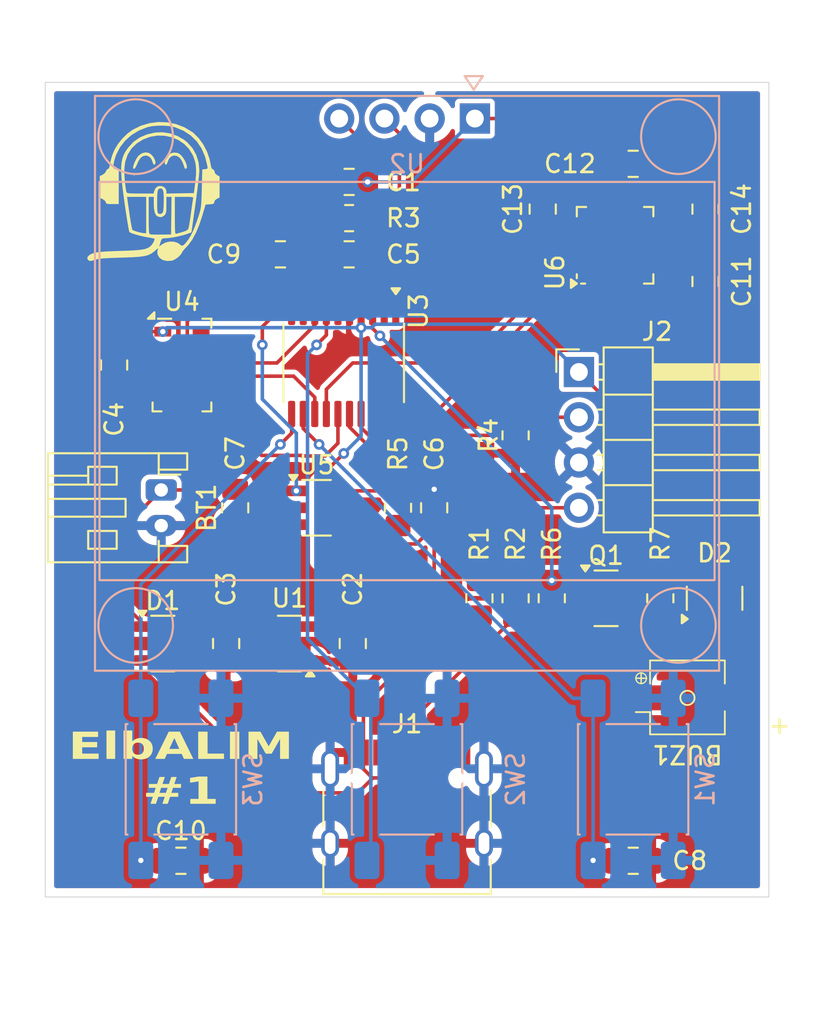
<source format=kicad_pcb>
(kicad_pcb (version 20241229) (generator "pcbnew") (generator_version "9.0")
  (title_block (title "ElbALTM 1") (date "2025-07-02") (rev "1.0") (company "ELB lab") (comment 4 "Altimetro portatile a batteria LiPo"))
  (layers (0 "F.Cu" signal) (2 "B.Cu" signal) (13 "F.Paste" user) (15 "B.Paste" user) (5 "F.SilkS" user "F.Silkscreen") (7 "B.SilkS" user "B.Silkscreen") (1 "F.Mask" user) (3 "B.Mask" user) (25 "Edge.Cuts" user))
  (net 0 "")
  (net 1 "VBATT")
  (net 2 "GND")
  (net 3 "+3V3")
  (net 4 "+5V")
  (net 5 "NRST")
  (net 6 "BUTT1")
  (net 7 "VBUS")
  (net 8 "STBATT")
  (net 9 "BUTT3")
  (net 10 "Net-(U6-VLOGIC)")
  (net 11 "Net-(U6-CPOUT)")
  (net 13 "Net-(U6-REGOUT)")
  (net 14 "Net-(J1-D+-PadA6)")
  (net 18 "Net-(J1-D--PadA7)")
  (net 19 "SWCLK")
  (net 20 "SWDIO")
  (net 21 "USB_DM")
  (net 22 "Net-(U5-PROG)")
  (net 23 "SCL2")
  (net 24 "USB_DP")
  (net 25 "SDA2")
  (net 26 "MOSI")
  (net 27 "SCL1")
  (net 28 "SDA1")
  (net 29 "Net-(BUZ1--)")
  (net 30 "SCLK")
  (net 31 "CSEL")
  (net 33 "MISO")
  (net 34 "BUTT2")
  (net 49 "Net-(Q1-B)")
  (net 50 "Net-(Q1-C)")
  (net 51 "BEEP")
  (footprint "Capacitor_SMD:C_0805_2012Metric_Pad1.18x1.45mm_HandSolder" (layer "F.Cu") (at 137.16 121.412)
    (property "Reference" "C10" (at 0 -1.68 0) (layer "F.SilkS"))
    (property "Value" "100nF")
    (pad "1" smd roundrect (at -1.0375 0) (size 1.175 1.45) (layers "F.Cu" "F.Mask" "F.Paste") (roundrect_rratio 0.212766) (net 9 "BUTT3"))
    (pad "2" smd roundrect (at 1.0375 0) (size 1.175 1.45) (layers "F.Cu" "F.Mask" "F.Paste") (roundrect_rratio 0.212766) (net 2 "GND"))
  )
  (footprint "Capacitor_SMD:C_0805_2012Metric_Pad1.18x1.45mm_HandSolder" (layer "F.Cu") (at 157.48 84.836 90)
    (property "Reference" "C13" (at 0 -1.68 90) (layer "F.SilkS"))
    (property "Value" "2.2nF")
    (pad "1" smd roundrect (at -1.0375 0 90) (size 1.175 1.45) (layers "F.Cu" "F.Mask" "F.Paste") (roundrect_rratio 0.212766) (net 11 "Net-(U6-CPOUT)"))
    (pad "2" smd roundrect (at 1.0375 0 90) (size 1.175 1.45) (layers "F.Cu" "F.Mask" "F.Paste") (roundrect_rratio 0.212766) (net 2 "GND"))
  )
  (footprint "Package_SO:TSSOP-20_4.4x6.5mm_P0.65mm" (layer "F.Cu") (at 146.304 93.472 -90)
    (property "Reference" "U3" (at -2.905 -4.2 90) (layer "F.SilkS"))
    (property "Value" "STM32C071FBPx")
    (pad "1" smd roundrect (at -2.8625 -2.925 270) (size 1.475 0.4) (layers "F.Cu" "F.Mask" "F.Paste") (net 27 "SCL1"))
    (pad "2" smd roundrect (at -2.8625 -2.275 270) (size 1.475 0.4) (layers "F.Cu" "F.Mask" "F.Paste") (net 28 "SDA1"))
    (pad "3" smd roundrect (at -2.8625 -1.625 270) (size 1.475 0.4) (layers "F.Cu" "F.Mask" "F.Paste") (net 51 "BEEP"))
    (pad "4" smd roundrect (at -2.8625 -0.975 270) (size 1.475 0.4) (layers "F.Cu" "F.Mask" "F.Paste") (net 3 "+3V3"))
    (pad "5" smd roundrect (at -2.8625 -0.325 270) (size 1.475 0.4) (layers "F.Cu" "F.Mask" "F.Paste") (net 2 "GND"))
    (pad "6" smd roundrect (at -2.8625 0.325 270) (size 1.475 0.4) (layers "F.Cu" "F.Mask" "F.Paste") (net 5 "NRST"))
    (pad "7" smd roundrect (at -2.8625 0.975 270) (size 1.475 0.4) (layers "F.Cu" "F.Mask" "F.Paste") (net 34 "BUTT2"))
    (pad "8" smd roundrect (at -2.8625 1.625 270) (size 1.475 0.4) (layers "F.Cu" "F.Mask" "F.Paste") (net 30 "SCLK"))
    (pad "9" smd roundrect (at -2.8625 2.275 270) (size 1.475 0.4) (layers "F.Cu" "F.Mask" "F.Paste") (net 26 "MOSI"))
    (pad "10" smd roundrect (at -2.8625 2.925 270) (size 1.475 0.4) (layers "F.Cu" "F.Mask" "F.Paste") (net 8 "STBATT"))
    (pad "11" smd roundrect (at 2.8625 2.925 270) (size 1.475 0.4) (layers "F.Cu" "F.Mask" "F.Paste") (net 9 "BUTT3"))
    (pad "12" smd roundrect (at 2.8625 2.275 270) (size 1.475 0.4) (layers "F.Cu" "F.Mask" "F.Paste") (net 6 "BUTT1"))
    (pad "13" smd roundrect (at 2.8625 1.625 270) (size 1.475 0.4) (layers "F.Cu" "F.Mask" "F.Paste") (net 33 "MISO"))
    (pad "14" smd roundrect (at 2.8625 0.975 270) (size 1.475 0.4) (layers "F.Cu" "F.Mask" "F.Paste") (net 23 "SCL2"))
    (pad "15" smd roundrect (at 2.8625 0.325 270) (size 1.475 0.4) (layers "F.Cu" "F.Mask" "F.Paste") (net 31 "CSEL"))
    (pad "16" smd roundrect (at 2.8625 -0.325 270) (size 1.475 0.4) (layers "F.Cu" "F.Mask" "F.Paste") (net 21 "USB_DM"))
    (pad "17" smd roundrect (at 2.8625 -0.975 270) (size 1.475 0.4) (layers "F.Cu" "F.Mask" "F.Paste") (net 24 "USB_DP"))
    (pad "18" smd roundrect (at 2.8625 -1.625 270) (size 1.475 0.4) (layers "F.Cu" "F.Mask" "F.Paste") (net 20 "SWDIO"))
    (pad "19" smd roundrect (at 2.8625 -2.275 270) (size 1.475 0.4) (layers "F.Cu" "F.Mask" "F.Paste") (net 19 "SWCLK"))
    (pad "20" smd roundrect (at 2.8625 -2.925 270) (size 1.475 0.4) (layers "F.Cu" "F.Mask" "F.Paste") (net 25 "SDA2"))
  )
  (footprint "Capacitor_SMD:C_0805_2012Metric_Pad1.18x1.45mm_HandSolder" (layer "F.Cu") (at 162.56 121.412)
    (property "Reference" "C8" (at 3.175 0 0) (layer "F.SilkS"))
    (property "Value" "100nF")
    (pad "1" smd roundrect (at -1.0375 0) (size 1.175 1.45) (layers "F.Cu" "F.Mask" "F.Paste") (roundrect_rratio 0.212766) (net 6 "BUTT1"))
    (pad "2" smd roundrect (at 1.0375 0) (size 1.175 1.45) (layers "F.Cu" "F.Mask" "F.Paste") (roundrect_rratio 0.212766) (net 2 "GND"))
  )
  (footprint "Resistor_SMD:R_0805_2012Metric_Pad1.20x1.40mm_HandSolder" (layer "F.Cu") (at 157.988 106.68 -90)
    (property "Reference" "R6" (at -3.048 0 90) (layer "F.SilkS"))
    (property "Value" "10K")
    (pad "1" smd roundrect (at -1 0 270) (size 1.2 1.4) (layers "F.Cu" "F.Mask" "F.Paste") (roundrect_rratio 0.208333) (net 51 "BEEP"))
    (pad "2" smd roundrect (at 1 0 270) (size 1.2 1.4) (layers "F.Cu" "F.Mask" "F.Paste") (roundrect_rratio 0.208333) (net 49 "Net-(Q1-B)"))
  )
  (footprint "Package_LGA:LGA-8_3x5mm_P1.25mm" (layer "F.Cu") (at 137.219 93.589)
    (property "Reference" "U4" (at 0 -3.556 0) (layer "F.SilkS"))
    (property "Value" "MS5611-01BA")
    (pad "1" smd rect (at -1.075 -1.875) (size 0.95 0.55) (layers "F.Cu" "F.Mask" "F.Paste") (net 3 "+3V3"))
    (pad "2" smd rect (at -1.075 -0.625) (size 0.95 0.55) (layers "F.Cu" "F.Mask" "F.Paste") (net 2 "GND"))
    (pad "3" smd rect (at -1.075 0.625) (size 0.95 0.55) (layers "F.Cu" "F.Mask" "F.Paste") (net 2 "GND"))
    (pad "4" smd rect (at -1.075 1.875) (size 0.95 0.55) (layers "F.Cu" "F.Mask" "F.Paste") (net 31 "CSEL"))
    (pad "5" smd rect (at 1.075 1.875) (size 0.95 0.55) (layers "F.Cu" "F.Mask" "F.Paste") (net 31 "CSEL"))
    (pad "6" smd rect (at 1.075 0.625) (size 0.95 0.55) (layers "F.Cu" "F.Mask" "F.Paste") (net 33 "MISO"))
    (pad "7" smd rect (at 1.075 -0.625) (size 0.95 0.55) (layers "F.Cu" "F.Mask" "F.Paste") (net 26 "MOSI"))
    (pad "8" smd rect (at 1.075 -1.875) (size 0.95 0.55) (layers "F.Cu" "F.Mask" "F.Paste") (net 30 "SCLK"))
  )
  (footprint "Capacitor_SMD:C_0805_2012Metric_Pad1.18x1.45mm_HandSolder" (layer "F.Cu") (at 166.624 84.836 90)
    (property "Reference" "C14" (at 0 2.032 90) (layer "F.SilkS"))
    (property "Value" "100nF")
    (pad "1" smd roundrect (at -1.0375 0 90) (size 1.175 1.45) (layers "F.Cu" "F.Mask" "F.Paste") (roundrect_rratio 0.212766) (net 13 "Net-(U6-REGOUT)"))
    (pad "2" smd roundrect (at 1.0375 0 90) (size 1.175 1.45) (layers "F.Cu" "F.Mask" "F.Paste") (roundrect_rratio 0.212766) (net 2 "GND"))
  )
  (footprint "Resistor_SMD:R_0805_2012Metric_Pad1.20x1.40mm_HandSolder" (layer "F.Cu") (at 149.352 101.6 -90)
    (property "Reference" "R5" (at -3.0265 0 90) (layer "F.SilkS"))
    (property "Value" "1K0")
    (pad "1" smd roundrect (at -1 0 270) (size 1.2 1.4) (layers "F.Cu" "F.Mask" "F.Paste") (roundrect_rratio 0.208333) (net 22 "Net-(U5-PROG)"))
    (pad "2" smd roundrect (at 1 0 270) (size 1.2 1.4) (layers "F.Cu" "F.Mask" "F.Paste") (roundrect_rratio 0.208333) (net 2 "GND"))
  )
  (footprint "Resistor_SMD:R_0805_2012Metric_Pad1.20x1.40mm_HandSolder" (layer "F.Cu") (at 153.924 106.68 90)
    (property "Reference" "R1" (at 3.048 0 90) (layer "F.SilkS"))
    (property "Value" "22")
    (pad "1" smd roundrect (at -1 0 90) (size 1.2 1.4) (layers "F.Cu" "F.Mask" "F.Paste") (roundrect_rratio 0.208333) (net 18 "Net-(J1-D--PadA7)"))
    (pad "2" smd roundrect (at 1 0 90) (size 1.2 1.4) (layers "F.Cu" "F.Mask" "F.Paste") (roundrect_rratio 0.208333) (net 21 "USB_DM"))
  )
  (footprint "Resistor_SMD:R_0805_2012Metric_Pad1.20x1.40mm_HandSolder" (layer "F.Cu") (at 155.956 106.68 90)
    (property "Reference" "R2" (at 3.048 0 90) (layer "F.SilkS"))
    (property "Value" "22")
    (pad "1" smd roundrect (at -1 0 90) (size 1.2 1.4) (layers "F.Cu" "F.Mask" "F.Paste") (roundrect_rratio 0.208333) (net 14 "Net-(J1-D+-PadA6)"))
    (pad "2" smd roundrect (at 1 0 90) (size 1.2 1.4) (layers "F.Cu" "F.Mask" "F.Paste") (roundrect_rratio 0.208333) (net 24 "USB_DP"))
  )
  (footprint "Capacitor_SMD:C_0805_2012Metric_Pad1.18x1.45mm_HandSolder" (layer "F.Cu") (at 166.624 88.9 90)
    (property "Reference" "C11" (at 0 2.032 90) (layer "F.SilkS"))
    (property "Value" "10nF")
    (pad "1" smd roundrect (at -1.0375 0 90) (size 1.175 1.45) (layers "F.Cu" "F.Mask" "F.Paste") (roundrect_rratio 0.212766) (net 10 "Net-(U6-VLOGIC)"))
    (pad "2" smd roundrect (at 1.0375 0 90) (size 1.175 1.45) (layers "F.Cu" "F.Mask" "F.Paste") (roundrect_rratio 0.212766) (net 2 "GND"))
  )
  (footprint "Package_TO_SOT_SMD:SOT-23" (layer "F.Cu") (at 167.132 106.68 90)
    (property "Reference" "D2" (at 2.54 0 180) (layer "F.SilkS"))
    (property "Value" "BAT54C")
    (pad "1" smd roundrect (at -0.9375 -0.95 90) (size 1.475 0.6) (layers "F.Cu" "F.Mask" "F.Paste") (net 29 "Net-(BUZ1--)"))
    (pad "2" smd roundrect (at -0.9375 0.95 90) (size 1.475 0.6) (layers "F.Cu" "F.Mask" "F.Paste"))
    (pad "3" smd roundrect (at 0.9375 0 90) (size 1.475 0.6) (layers "F.Cu" "F.Mask" "F.Paste") (net 3 "+3V3"))
  )
  (footprint "Sensor_Motion:InvenSense_QFN-24_4x4mm_P0.5mm" (layer "F.Cu") (at 161.544 86.868 90)
    (property "Reference" "U6" (at -1.524 -3.375 90) (layer "F.SilkS"))
    (property "Value" "MPU-6050")
    (pad "1" smd roundrect (at -1.95 -1.25 90) (size 0.85 0.3) (layers "F.Cu" "F.Mask" "F.Paste") (net 2 "GND"))
    (pad "2" smd roundrect (at -1.95 -0.75 90) (size 0.85 0.3) (layers "F.Cu" "F.Mask" "F.Paste"))
    (pad "3" smd roundrect (at -1.95 -0.25 90) (size 0.85 0.3) (layers "F.Cu" "F.Mask" "F.Paste"))
    (pad "4" smd roundrect (at -1.95 0.25 90) (size 0.85 0.3) (layers "F.Cu" "F.Mask" "F.Paste"))
    (pad "5" smd roundrect (at -1.95 0.75 90) (size 0.85 0.3) (layers "F.Cu" "F.Mask" "F.Paste"))
    (pad "6" smd roundrect (at -1.95 1.25 90) (size 0.85 0.3) (layers "F.Cu" "F.Mask" "F.Paste"))
    (pad "7" smd roundrect (at -1.25 1.95 180) (size 0.85 0.3) (layers "F.Cu" "F.Mask" "F.Paste"))
    (pad "8" smd roundrect (at -0.75 1.95 180) (size 0.85 0.3) (layers "F.Cu" "F.Mask" "F.Paste") (net 10 "Net-(U6-VLOGIC)"))
    (pad "9" smd roundrect (at -0.25 1.95 180) (size 0.85 0.3) (layers "F.Cu" "F.Mask" "F.Paste") (net 2 "GND"))
    (pad "10" smd roundrect (at 0.25 1.95 180) (size 0.85 0.3) (layers "F.Cu" "F.Mask" "F.Paste") (net 13 "Net-(U6-REGOUT)"))
    (pad "11" smd roundrect (at 0.75 1.95 180) (size 0.85 0.3) (layers "F.Cu" "F.Mask" "F.Paste") (net 2 "GND"))
    (pad "12" smd roundrect (at 1.25 1.95 180) (size 0.85 0.3) (layers "F.Cu" "F.Mask" "F.Paste"))
    (pad "13" smd roundrect (at 1.95 1.25 90) (size 0.85 0.3) (layers "F.Cu" "F.Mask" "F.Paste") (net 3 "+3V3"))
    (pad "14" smd roundrect (at 1.95 0.75 90) (size 0.85 0.3) (layers "F.Cu" "F.Mask" "F.Paste"))
    (pad "15" smd roundrect (at 1.95 0.25 90) (size 0.85 0.3) (layers "F.Cu" "F.Mask" "F.Paste"))
    (pad "16" smd roundrect (at 1.95 -0.25 90) (size 0.85 0.3) (layers "F.Cu" "F.Mask" "F.Paste"))
    (pad "17" smd roundrect (at 1.95 -0.75 90) (size 0.85 0.3) (layers "F.Cu" "F.Mask" "F.Paste"))
    (pad "18" smd roundrect (at 1.95 -1.25 90) (size 0.85 0.3) (layers "F.Cu" "F.Mask" "F.Paste") (net 2 "GND"))
    (pad "19" smd roundrect (at 1.25 -1.95 180) (size 0.85 0.3) (layers "F.Cu" "F.Mask" "F.Paste"))
    (pad "20" smd roundrect (at 0.75 -1.95 180) (size 0.85 0.3) (layers "F.Cu" "F.Mask" "F.Paste") (net 11 "Net-(U6-CPOUT)"))
    (pad "21" smd roundrect (at 0.25 -1.95 180) (size 0.85 0.3) (layers "F.Cu" "F.Mask" "F.Paste"))
    (pad "22" smd roundrect (at -0.25 -1.95 180) (size 0.85 0.3) (layers "F.Cu" "F.Mask" "F.Paste"))
    (pad "23" smd roundrect (at -0.75 -1.95 180) (size 0.85 0.3) (layers "F.Cu" "F.Mask" "F.Paste") (net 23 "SCL2"))
    (pad "24" smd roundrect (at -1.25 -1.95 180) (size 0.85 0.3) (layers "F.Cu" "F.Mask" "F.Paste") (net 25 "SDA2"))
    (zone (net 0) (net_name "") (layer "F.Cu") (connect_pads (clearance 0)) (min_thickness 0.254)
      (keepout (tracks not_allowed) (vias not_allowed) (pads not_allowed) (copperpour not_allowed) (footprints allowed))
      (fill (thermal_gap 0.508) (thermal_bridge_width 0.508))
      (polygon (pts (xy 160.219 88.243) (xy 160.219 85.493) (xy 162.869 85.493) (xy 162.869 88.243)))
    )
  )
  (footprint "Package_TO_SOT_SMD:SOT-23" (layer "F.Cu") (at 136.144 109.22)
    (property "Reference" "D1" (at 0 -2.4 0) (layer "F.SilkS"))
    (property "Value" "BAT54C")
    (pad "1" smd roundrect (at -0.9375 -0.95) (size 1.475 0.6) (layers "F.Cu" "F.Mask" "F.Paste") (net 1 "VBATT"))
    (pad "2" smd roundrect (at -0.9375 0.95) (size 1.475 0.6) (layers "F.Cu" "F.Mask" "F.Paste") (net 7 "VBUS"))
    (pad "3" smd roundrect (at 0.9375 0) (size 1.475 0.6) (layers "F.Cu" "F.Mask" "F.Paste") (net 4 "+5V"))
  )
  (footprint "Capacitor_SMD:C_0805_2012Metric_Pad1.18x1.45mm_HandSolder" (layer "F.Cu") (at 146.812 109.22 -90)
    (property "Reference" "C2" (at -3.048 0 90) (layer "F.SilkS"))
    (property "Value" "10uF")
    (pad "1" smd roundrect (at -1.0375 0 270) (size 1.175 1.45) (layers "F.Cu" "F.Mask" "F.Paste") (roundrect_rratio 0.212766) (net 3 "+3V3"))
    (pad "2" smd roundrect (at 1.0375 0 270) (size 1.175 1.45) (layers "F.Cu" "F.Mask" "F.Paste") (roundrect_rratio 0.212766) (net 2 "GND"))
  )
  (footprint "Capacitor_SMD:C_0805_2012Metric_Pad1.18x1.45mm_HandSolder" (layer "F.Cu") (at 140.208 101.6 -90)
    (property "Reference" "C7" (at -3.048 0 90) (layer "F.SilkS"))
    (property "Value" "4.7uF")
    (pad "1" smd roundrect (at -1.0375 0 270) (size 1.175 1.45) (layers "F.Cu" "F.Mask" "F.Paste") (roundrect_rratio 0.212766) (net 1 "VBATT"))
    (pad "2" smd roundrect (at 1.0375 0 270) (size 1.175 1.45) (layers "F.Cu" "F.Mask" "F.Paste") (roundrect_rratio 0.212766) (net 2 "GND"))
  )
  (footprint "Package_TO_SOT_SMD:SOT-23-5" (layer "F.Cu") (at 144.78 101.6)
    (property "Reference" "U5" (at 0 -2.4 0) (layer "F.SilkS"))
    (property "Value" "MCP73832-2-OT")
    (pad "1" smd roundrect (at -1.1375 -0.95) (size 1.325 0.6) (layers "F.Cu" "F.Mask" "F.Paste") (net 8 "STBATT"))
    (pad "2" smd roundrect (at -1.1375 0) (size 1.325 0.6) (layers "F.Cu" "F.Mask" "F.Paste") (net 2 "GND"))
    (pad "3" smd roundrect (at -1.1375 0.95) (size 1.325 0.6) (layers "F.Cu" "F.Mask" "F.Paste") (net 1 "VBATT"))
    (pad "4" smd roundrect (at 1.1375 0.95) (size 1.325 0.6) (layers "F.Cu" "F.Mask" "F.Paste") (net 7 "VBUS"))
    (pad "5" smd roundrect (at 1.1375 -0.95) (size 1.325 0.6) (layers "F.Cu" "F.Mask" "F.Paste") (net 22 "Net-(U5-PROG)"))
  )
  (footprint "Connector_PinHeader_2.54mm:PinHeader_1x04_P2.54mm_Horizontal" (layer "F.Cu") (at 159.512 93.98)
    (property "Reference" "J2" (at 4.385 -2.27 0) (layer "F.SilkS"))
    (property "Value" "SWD")
    (pad "1" thru_hole rect (at 0 0) (size 1.7 1.7) (drill 1) (layers "*.Cu" "*.Mask") (net 3 "+3V3"))
    (pad "2" thru_hole circle (at 0 2.54) (size 1.7 1.7) (drill 1) (layers "*.Cu" "*.Mask") (net 19 "SWCLK"))
    (pad "3" thru_hole circle (at 0 5.08) (size 1.7 1.7) (drill 1) (layers "*.Cu" "*.Mask") (net 2 "GND"))
    (pad "4" thru_hole circle (at 0 7.62) (size 1.7 1.7) (drill 1) (layers "*.Cu" "*.Mask") (net 20 "SWDIO"))
  )
  (footprint "MyLibrary:LD-BZEL-T69-0404" (layer "F.Cu") (at 165.608 112.268 180)
    (property "Reference" "BUZ1" (at 0 -3.175 180) (layer "F.SilkS"))
    (property "Value" "LD-BZEL-T69-0404")
    (fp_text user "+" (at -5.1 -1.6 90) (layer "F.SilkS"))
    (pad "1" smd rect (at 2.1 0 270) (size 1.4 1.8) (layers "F.Cu" "F.Mask" "F.Paste") (net 29 "Net-(BUZ1--)"))
    (pad "2" smd roundrect (at -2.1 0 270) (size 1.4 1.8) (layers "F.Cu" "F.Mask" "F.Paste") (net 3 "+3V3"))
  )
  (footprint "Capacitor_SMD:C_0805_2012Metric_Pad1.18x1.45mm_HandSolder" (layer "F.Cu") (at 146.608 83.312 180)
    (property "Reference" "C1" (at -3.048 0 0) (layer "F.SilkS"))
    (property "Value" "100nF")
    (pad "1" smd roundrect (at -1.0375 0 180) (size 1.175 1.45) (layers "F.Cu" "F.Mask" "F.Paste") (roundrect_rratio 0.212766) (net 3 "+3V3"))
    (pad "2" smd roundrect (at 1.0375 0 180) (size 1.175 1.45) (layers "F.Cu" "F.Mask" "F.Paste") (roundrect_rratio 0.212766) (net 2 "GND"))
  )
  (footprint "Capacitor_SMD:C_0805_2012Metric_Pad1.18x1.45mm_HandSolder" (layer "F.Cu") (at 133.409 93.589 -90)
    (property "Reference" "C4" (at 3.048 0 90) (layer "F.SilkS"))
    (property "Value" "100nF")
    (pad "1" smd roundrect (at -1.0375 0 270) (size 1.175 1.45) (layers "F.Cu" "F.Mask" "F.Paste") (roundrect_rratio 0.212766) (net 3 "+3V3"))
    (pad "2" smd roundrect (at 1.0375 0 270) (size 1.175 1.45) (layers "F.Cu" "F.Mask" "F.Paste") (roundrect_rratio 0.212766) (net 2 "GND"))
  )
  (footprint "MyLibrary:HDO_very_small_bn" (layer "F.Cu") (at 135.636 83.82)
    (property "Reference" "LOGO1" (hide yes))
    (property "Value" "ELB_Logo" (hide yes))
  )
  (footprint "Connector_USB:USB_C_Receptacle_HRO_TYPE-C-31-M-12" (layer "F.Cu") (at 149.86 119.38)
    (property "Reference" "J1" (at 0 -5.645 0) (layer "F.SilkS"))
    (property "Value" "USB_C_Receptacle")
    (pad "" np_thru_hole circle (at -2.89 -2.6) (size 0.65 0.65) (drill 0.65) (layers "*.Cu" "*.Mask"))
    (pad "" np_thru_hole circle (at 2.89 -2.6) (size 0.65 0.65) (drill 0.65) (layers "*.Cu" "*.Mask"))
    (pad "A1" smd rect (at -3.25 -4.045) (size 0.6 1.45) (layers "F.Cu" "F.Mask" "F.Paste") (net 2 "GND"))
    (pad "A4" smd rect (at -2.45 -4.045) (size 0.6 1.45) (layers "F.Cu" "F.Mask" "F.Paste") (net 7 "VBUS"))
    (pad "A5" smd rect (at -1.25 -4.045) (size 0.3 1.45) (layers "F.Cu" "F.Mask" "F.Paste"))
    (pad "A6" smd rect (at -0.25 -4.045) (size 0.3 1.45) (layers "F.Cu" "F.Mask" "F.Paste") (net 14 "Net-(J1-D+-PadA6)"))
    (pad "A7" smd rect (at 0.25 -4.045) (size 0.3 1.45) (layers "F.Cu" "F.Mask" "F.Paste") (net 18 "Net-(J1-D--PadA7)"))
    (pad "A8" smd rect (at 1.25 -4.045) (size 0.3 1.45) (layers "F.Cu" "F.Mask" "F.Paste"))
    (pad "A9" smd rect (at 2.45 -4.045) (size 0.6 1.45) (layers "F.Cu" "F.Mask" "F.Paste") (net 7 "VBUS"))
    (pad "A12" smd rect (at 3.25 -4.045) (size 0.6 1.45) (layers "F.Cu" "F.Mask" "F.Paste") (net 2 "GND"))
    (pad "B1" smd rect (at 3.25 -4.045) (size 0.6 1.45) (layers "F.Cu" "F.Mask" "F.Paste") (net 2 "GND"))
    (pad "B4" smd rect (at 2.45 -4.045) (size 0.6 1.45) (layers "F.Cu" "F.Mask" "F.Paste") (net 7 "VBUS"))
    (pad "B5" smd rect (at 1.75 -4.045) (size 0.3 1.45) (layers "F.Cu" "F.Mask" "F.Paste"))
    (pad "B6" smd rect (at 0.75 -4.045) (size 0.3 1.45) (layers "F.Cu" "F.Mask" "F.Paste") (net 14 "Net-(J1-D+-PadA6)"))
    (pad "B7" smd rect (at -0.75 -4.045) (size 0.3 1.45) (layers "F.Cu" "F.Mask" "F.Paste") (net 18 "Net-(J1-D--PadA7)"))
    (pad "B8" smd rect (at -1.75 -4.045) (size 0.3 1.45) (layers "F.Cu" "F.Mask" "F.Paste"))
    (pad "B9" smd rect (at -2.45 -4.045) (size 0.6 1.45) (layers "F.Cu" "F.Mask" "F.Paste") (net 7 "VBUS"))
    (pad "B12" smd rect (at -3.25 -4.045) (size 0.6 1.45) (layers "F.Cu" "F.Mask" "F.Paste") (net 2 "GND"))
    (pad "S1" thru_hole oval (at -4.32 -3.13) (size 1 2.1) (drill oval 0.6 1.7) (property pad_prop_heatsink) (layers "*.Cu" "*.Mask") (net 2 "GND"))
    (pad "S1" thru_hole oval (at -4.32 1.05) (size 1 1.6) (drill oval 0.6 1.2) (property pad_prop_heatsink) (layers "*.Cu" "*.Mask") (net 2 "GND"))
    (pad "S1" thru_hole oval (at 4.32 -3.13) (size 1 2.1) (drill oval 0.6 1.7) (property pad_prop_heatsink) (layers "*.Cu" "*.Mask") (net 2 "GND"))
    (pad "S1" thru_hole oval (at 4.32 1.05) (size 1 1.6) (drill oval 0.6 1.2) (property pad_prop_heatsink) (layers "*.Cu" "*.Mask") (net 2 "GND"))
  )
  (footprint "Resistor_SMD:R_0805_2012Metric_Pad1.20x1.40mm_HandSolder" (layer "F.Cu") (at 164.084 106.68 90)
    (property "Reference" "R7" (at 3.048 0 90) (layer "F.SilkS"))
    (property "Value" "0")
    (pad "1" smd roundrect (at -1 0 90) (size 1.2 1.4) (layers "F.Cu" "F.Mask" "F.Paste") (roundrect_rratio 0.208333) (net 29 "Net-(BUZ1--)"))
    (pad "2" smd roundrect (at 1 0 90) (size 1.2 1.4) (layers "F.Cu" "F.Mask" "F.Paste") (roundrect_rratio 0.208333) (net 50 "Net-(Q1-C)"))
  )
  (footprint "Capacitor_SMD:C_0805_2012Metric_Pad1.18x1.45mm_HandSolder" (layer "F.Cu") (at 142.748 87.376 180)
    (property "Reference" "C9" (at 3.175 0 0) (layer "F.SilkS"))
    (property "Value" "100nF")
    (pad "1" smd roundrect (at -1.0375 0 180) (size 1.175 1.45) (layers "F.Cu" "F.Mask" "F.Paste") (roundrect_rratio 0.212766) (net 34 "BUTT2"))
    (pad "2" smd roundrect (at 1.0375 0 180) (size 1.175 1.45) (layers "F.Cu" "F.Mask" "F.Paste") (roundrect_rratio 0.212766) (net 2 "GND"))
  )
  (footprint "Capacitor_SMD:C_0805_2012Metric_Pad1.18x1.45mm_HandSolder" (layer "F.Cu") (at 146.608 87.376)
    (property "Reference" "C5" (at 3.048 0 0) (layer "F.SilkS"))
    (property "Value" "100nF")
    (pad "1" smd roundrect (at -1.0375 0) (size 1.175 1.45) (layers "F.Cu" "F.Mask" "F.Paste") (roundrect_rratio 0.212766) (net 5 "NRST"))
    (pad "2" smd roundrect (at 1.0375 0) (size 1.175 1.45) (layers "F.Cu" "F.Mask" "F.Paste") (roundrect_rratio 0.212766) (net 2 "GND"))
  )
  (footprint "Resistor_SMD:R_0805_2012Metric_Pad1.20x1.40mm_HandSolder" (layer "F.Cu") (at 155.956 97.536 -90)
    (property "Reference" "R4" (at 0 1.524 90) (layer "F.SilkS"))
    (property "Value" "4K7")
    (pad "1" smd roundrect (at -1 0 270) (size 1.2 1.4) (layers "F.Cu" "F.Mask" "F.Paste") (roundrect_rratio 0.208333) (net 19 "SWCLK"))
    (pad "2" smd roundrect (at 1 0 270) (size 1.2 1.4) (layers "F.Cu" "F.Mask" "F.Paste") (roundrect_rratio 0.208333) (net 2 "GND"))
  )
  (footprint "Capacitor_SMD:C_0805_2012Metric_Pad1.18x1.45mm_HandSolder" (layer "F.Cu") (at 139.7 109.22 -90)
    (property "Reference" "C3" (at -3.048 0 90) (layer "F.SilkS"))
    (property "Value" "100nF")
    (pad "1" smd roundrect (at -1.0375 0 270) (size 1.175 1.45) (layers "F.Cu" "F.Mask" "F.Paste") (roundrect_rratio 0.212766) (net 4 "+5V"))
    (pad "2" smd roundrect (at 1.0375 0 270) (size 1.175 1.45) (layers "F.Cu" "F.Mask" "F.Paste") (roundrect_rratio 0.212766) (net 2 "GND"))
  )
  (footprint "Resistor_SMD:R_0805_2012Metric_Pad1.20x1.40mm_HandSolder" (layer "F.Cu") (at 146.608 85.344 180)
    (property "Reference" "R3" (at -3.048 0 0) (layer "F.SilkS"))
    (property "Value" "10K")
    (pad "1" smd roundrect (at -1 0 180) (size 1.2 1.4) (layers "F.Cu" "F.Mask" "F.Paste") (roundrect_rratio 0.208333) (net 3 "+3V3"))
    (pad "2" smd roundrect (at 1 0 180) (size 1.2 1.4) (layers "F.Cu" "F.Mask" "F.Paste") (roundrect_rratio 0.208333) (net 5 "NRST"))
  )
  (footprint "Package_TO_SOT_SMD:SOT-23" (layer "F.Cu") (at 143.256 109.22 180)
    (property "Reference" "U1" (at 0 2.54 0) (layer "F.SilkS"))
    (property "Value" "MCP1703Ax-330xxTT")
    (pad "1" smd roundrect (at -0.9375 -0.95 180) (size 1.475 0.6) (layers "F.Cu" "F.Mask" "F.Paste") (net 2 "GND"))
    (pad "2" smd roundrect (at -0.9375 0.95 180) (size 1.475 0.6) (layers "F.Cu" "F.Mask" "F.Paste") (net 3 "+3V3"))
    (pad "3" smd roundrect (at 0.9375 0 180) (size 1.475 0.6) (layers "F.Cu" "F.Mask" "F.Paste") (net 4 "+5V"))
  )
  (footprint "Package_TO_SOT_SMD:SOT-23" (layer "F.Cu") (at 161.036 106.68)
    (property "Reference" "Q1" (at 0 -2.4 0) (layer "F.SilkS"))
    (property "Value" "BC818")
    (pad "1" smd roundrect (at -0.9375 -0.95) (size 1.475 0.6) (layers "F.Cu" "F.Mask" "F.Paste") (net 49 "Net-(Q1-B)"))
    (pad "2" smd roundrect (at -0.9375 0.95) (size 1.475 0.6) (layers "F.Cu" "F.Mask" "F.Paste") (net 2 "GND"))
    (pad "3" smd roundrect (at 0.9375 0) (size 1.475 0.6) (layers "F.Cu" "F.Mask" "F.Paste") (net 50 "Net-(Q1-C)"))
  )
  (footprint "Capacitor_SMD:C_0805_2012Metric_Pad1.18x1.45mm_HandSolder" (layer "F.Cu") (at 162.56 82.296 180)
    (property "Reference" "C12" (at 3.556 0 0) (layer "F.SilkS"))
    (property "Value" "100nF")
    (pad "1" smd roundrect (at -1.0375 0 180) (size 1.175 1.45) (layers "F.Cu" "F.Mask" "F.Paste") (roundrect_rratio 0.212766) (net 2 "GND"))
    (pad "2" smd roundrect (at 1.0375 0 180) (size 1.175 1.45) (layers "F.Cu" "F.Mask" "F.Paste") (roundrect_rratio 0.212766) (net 3 "+3V3"))
  )
  (footprint "Connector_JST:JST_PH_S2B-PH-K_1x02_P2.00mm_Horizontal" (layer "F.Cu") (at 136.054 100.6 -90)
    (property "Reference" "BT1" (at 1 -2.55 90) (layer "F.SilkS"))
    (property "Value" "Battery")
    (pad "1" thru_hole roundrect (at 0 0 270) (size 1.2 1.75) (drill 0.75) (layers "*.Cu" "*.Mask") (roundrect_rratio 0.208333) (net 1 "VBATT"))
    (pad "2" thru_hole oval (at 2 0 270) (size 1.2 1.75) (drill 0.75) (layers "*.Cu" "*.Mask") (net 2 "GND"))
  )
  (footprint "Capacitor_SMD:C_0805_2012Metric_Pad1.18x1.45mm_HandSolder" (layer "F.Cu") (at 151.384 101.6 90)
    (property "Reference" "C6" (at 3.0265 0 90) (layer "F.SilkS"))
    (property "Value" "4.7uF")
    (pad "1" smd roundrect (at -1.0375 0 90) (size 1.175 1.45) (layers "F.Cu" "F.Mask" "F.Paste") (roundrect_rratio 0.212766) (net 7 "VBUS"))
    (pad "2" smd roundrect (at 1.0375 0 90) (size 1.175 1.45) (layers "F.Cu" "F.Mask" "F.Paste") (roundrect_rratio 0.212766) (net 2 "GND"))
  )
  (footprint "Button_Switch_SMD:SW_Push_1P1T_NO_E-Switch_TL3301NxxxxxG" (layer "B.Cu") (at 149.86 116.84 90)
    (property "Reference" "SW2" (at 0 6.096 90) (layer "B.SilkS") (effects (justify mirror)))
    (property "Value" "BUTT1")
    (pad "1" smd roundrect (at -4.55 2.25 90) (size 2.1 1.4) (layers "B.Cu" "B.Mask" "B.Paste") (roundrect_rratio 0.1785714286) (net 2 "GND"))
    (pad "1" smd roundrect (at 4.55 2.25 90) (size 2.1 1.4) (layers "B.Cu" "B.Mask" "B.Paste") (roundrect_rratio 0.1785714286) (net 2 "GND"))
    (pad "2" smd roundrect (at -4.55 -2.25 90) (size 2.1 1.4) (layers "B.Cu" "B.Mask" "B.Paste") (roundrect_rratio 0.1785714286) (net 34 "BUTT2"))
    (pad "2" smd roundrect (at 4.55 -2.25 90) (size 2.1 1.4) (layers "B.Cu" "B.Mask" "B.Paste") (roundrect_rratio 0.1785714286) (net 34 "BUTT2"))
  )
  (footprint "OLED:oled128x64_wo_holes" (layer "B.Cu") (at 149.86 79.756 180)
    (property "Reference" "U2" (at 0 -2.55 0) (layer "B.SilkS") (effects (justify mirror)))
    (property "Value" "OLED 128x64")
    (pad "1" thru_hole rect (at -3.81 0 90) (size 1.7 1.7) (drill 1) (layers "*.Cu" "*.Mask") (net 3 "+3V3"))
    (pad "2" thru_hole oval (at -1.27 0 90) (size 1.7 1.7) (drill 1) (layers "*.Cu" "*.Mask") (net 2 "GND"))
    (pad "3" thru_hole oval (at 1.27 0 90) (size 1.7 1.7) (drill 1) (layers "*.Cu" "*.Mask") (net 27 "SCL1"))
    (pad "4" thru_hole oval (at 3.81 0 90) (size 1.7 1.7) (drill 1) (layers "*.Cu" "*.Mask") (net 28 "SDA1"))
  )
  (footprint "Button_Switch_SMD:SW_Push_1P1T_NO_E-Switch_TL3301NxxxxxG" (layer "B.Cu") (at 137.16 116.84 90)
    (property "Reference" "SW3" (at 0 4.05 90) (layer "B.SilkS") (effects (justify mirror)))
    (property "Value" "BUTT1")
    (pad "1" smd roundrect (at -4.55 2.25 90) (size 2.1 1.4) (layers "B.Cu" "B.Mask" "B.Paste") (roundrect_rratio 0.1785714286) (net 2 "GND"))
    (pad "1" smd roundrect (at 4.55 2.25 90) (size 2.1 1.4) (layers "B.Cu" "B.Mask" "B.Paste") (roundrect_rratio 0.1785714286) (net 2 "GND"))
    (pad "2" smd roundrect (at -4.55 -2.25 90) (size 2.1 1.4) (layers "B.Cu" "B.Mask" "B.Paste") (roundrect_rratio 0.1785714286) (net 9 "BUTT3"))
    (pad "2" smd roundrect (at 4.55 -2.25 90) (size 2.1 1.4) (layers "B.Cu" "B.Mask" "B.Paste") (roundrect_rratio 0.1785714286) (net 9 "BUTT3"))
  )
  (footprint "Button_Switch_SMD:SW_Push_1P1T_NO_E-Switch_TL3301NxxxxxG" (layer "B.Cu") (at 162.56 116.84 90)
    (property "Reference" "SW1" (at 0 4.05 90) (layer "B.SilkS") (effects (justify mirror)))
    (property "Value" "BUTT1")
    (pad "1" smd roundrect (at -4.55 2.25 90) (size 2.1 1.4) (layers "B.Cu" "B.Mask" "B.Paste") (roundrect_rratio 0.1785714286) (net 2 "GND"))
    (pad "1" smd roundrect (at 4.55 2.25 90) (size 2.1 1.4) (layers "B.Cu" "B.Mask" "B.Paste") (roundrect_rratio 0.1785714286) (net 2 "GND"))
    (pad "2" smd roundrect (at -4.55 -2.25 90) (size 2.1 1.4) (layers "B.Cu" "B.Mask" "B.Paste") (roundrect_rratio 0.1785714286) (net 6 "BUTT1"))
    (pad "2" smd roundrect (at 4.55 -2.25 90) (size 2.1 1.4) (layers "B.Cu" "B.Mask" "B.Paste") (roundrect_rratio 0.1785714286) (net 6 "BUTT1"))
  )
  (gr_rect (start 129.54 77.724) (end 170.18 123.444) (stroke (width 0.05)) (fill no) (layer "Edge.Cuts"))
  (gr_text "ElbALIM\n#1" (at 137.16 116.332 0) (layer "F.SilkS") (effects (font (size 1.5 2) (thickness 0.2) (bold yes) (italic yes))))
  (segment (start 140.1705 100.6) (end 140.208 100.5625) (width 0.2) (layer "F.Cu") (net 1))
  (segment (start 134.112 107.1755) (end 134.112 102.542) (width 0.2) (layer "F.Cu") (net 1))
  (segment (start 140.208 100.5625) (end 142.1955 102.55) (width 0.2) (layer "F.Cu") (net 1))
  (segment (start 135.2065 108.27) (end 134.112 107.1755) (width 0.2) (layer "F.Cu") (net 1))
  (segment (start 142.1955 102.55) (end 143.6425 102.55) (width 0.2) (layer "F.Cu") (net 1))
  (segment (start 136.054 100.6) (end 140.1705 100.6) (width 0.2) (layer "F.Cu") (net 1))
  (segment (start 134.112 102.542) (end 136.054 100.6) (width 0.2) (layer "F.Cu") (net 1))
  (segment (start 165.8795 87.118) (end 166.624 87.8625) (width 0.2) (layer "F.Cu") (net 2))
  (segment (start 150.688 92.964) (end 151.18 92.472) (width 0.2) (layer "F.Cu") (net 2))
  (segment (start 146.629 90.6095) (end 146.629 88.3925) (width 0.2) (layer "F.Cu") (net 2))
  (segment (start 147.6455 87.376) (end 146.707 86.4375) (width 0.2) (layer "F.Cu") (net 2))
  (segment (start 146.629 88.3925) (end 147.6455 87.376) (width 0.2) (layer "F.Cu") (net 2))
  (segment (start 146.707 86.4375) (end 146.707 84.4485) (width 0.2) (layer "F.Cu") (net 2))
  (segment (start 164.326 86.118) (end 166.624 83.82) (width 0.2) (layer "F.Cu") (net 2))
  (segment (start 163.494 87.118) (end 165.8795 87.118) (width 0.2) (layer "F.Cu") (net 2))
  (segment (start 146.707 84.4485) (end 145.5705 83.312) (width 0.2) (layer "F.Cu") (net 2))
  (segment (start 149.352 102.6) (end 149.352 102.5945) (width 0.2) (layer "F.Cu") (net 2))
  (segment (start 149.352 102.5945) (end 151.384 100.5625) (width 0.2) (layer "F.Cu") (net 2))
  (segment (start 163.494 86.118) (end 164.326 86.118) (width 0.2) (layer "F.Cu") (net 2))
  (segment (start 166.624 83.82) (end 166.624 83.7985) (width 0.2) (layer "F.Cu") (net 2))
  (via (at 151.384 100.5625) (size 0.6) (drill 0.3) (layers "F.Cu" "B.Cu") (net 2))
  (segment (start 147.279 90.6095) (end 147.279001 91.491553) (width 0.2) (layer "F.Cu") (net 3))
  (segment (start 146.7245 108.27) (end 146.812 108.1825) (width 0.2) (layer "F.Cu") (net 3))
  (segment (start 134.2465 91.714) (end 133.409 92.5515) (width 0.2) (layer "F.Cu") (net 3))
  (segment (start 167.132 101.6) (end 167.132 105.7425) (width 0.2) (layer "F.Cu") (net 3))
  (segment (start 159.512 93.98) (end 167.132 101.6) (width 0.2) (layer "F.Cu") (net 3))
  (segment (start 148.534 86.27) (end 147.608 85.344) (width 0.2) (layer "F.Cu") (net 3))
  (segment (start 167.132 110.236) (end 167.708 110.812) (width 0.2) (layer "F.Cu") (net 3))
  (segment (start 144.78 104.648) (end 144.78 100.076) (width 0.2) (layer "F.Cu") (net 3))
  (segment (start 146.812 106.68) (end 144.78 104.648) (width 0.2) (layer "F.Cu") (net 3))
  (segment (start 153.67 79.756) (end 158.9825 79.756) (width 0.2) (layer "F.Cu") (net 3))
  (segment (start 144.1935 108.27) (end 146.7245 108.27) (width 0.2) (layer "F.Cu") (net 3))
  (segment (start 158.9825 79.756) (end 161.5225 82.296) (width 0.2) (layer "F.Cu") (net 3))
  (segment (start 147.6455 83.312) (end 147.6455 85.3065) (width 0.2) (layer "F.Cu") (net 3))
  (segment (start 167.708 110.812) (end 167.708 112.268) (width 0.2) (layer "F.Cu") (net 3))
  (segment (start 146.812 108.1825) (end 146.812 106.68) (width 0.2) (layer "F.Cu") (net 3))
  (segment (start 136.144 91.714) (end 134.2465 91.714) (width 0.2) (layer "F.Cu") (net 3))
  (segment (start 147.279 89.753) (end 148.534 88.498) (width 0.2) (layer "F.Cu") (net 3))
  (segment (start 144.78 100.076) (end 146.304 98.552) (width 0.2) (layer "F.Cu") (net 3))
  (segment (start 148.534 88.498) (end 148.534 86.27) (width 0.2) (layer "F.Cu") (net 3))
  (segment (start 162.794 83.5675) (end 162.794 84.918) (width 0.2) (layer "F.Cu") (net 3))
  (segment (start 167.132 105.7425) (end 167.132 110.236) (width 0.2) (layer "F.Cu") (net 3))
  (segment (start 147.279 89.753) (end 147.279 90.4665) (width 0.2) (layer "F.Cu") (net 3))
  (segment (start 161.5225 82.296) (end 162.794 83.5675) (width 0.2) (layer "F.Cu") (net 3))
  (via (at 146.304 98.552) (size 0.6) (drill 0.3) (layers "F.Cu" "B.Cu") (net 3))
  (via (at 147.279001 91.491553) (size 0.6) (drill 0.3) (layers "F.Cu" "B.Cu") (net 3))
  (via (at 136.144 91.714) (size 0.6) (drill 0.3) (layers "F.Cu" "B.Cu") (net 3))
  (via (at 147.6455 83.312) (size 0.6) (drill 0.3) (layers "F.Cu" "B.Cu") (net 3))
  (segment (start 153.67 79.756) (end 150.114 83.312) (width 0.2) (layer "B.Cu") (net 3))
  (segment (start 147.279001 91.491553) (end 147.873208 91.491553) (width 0.2) (layer "B.Cu") (net 3))
  (segment (start 156.83 91.298) (end 159.512 93.98) (width 0.2) (layer "B.Cu") (net 3))
  (segment (start 147.873208 91.491553) (end 148.066761 91.298) (width 0.2) (layer "B.Cu") (net 3))
  (segment (start 147.279001 91.491553) (end 147.279001 97.576999) (width 0.2) (layer "B.Cu") (net 3))
  (segment (start 136.366447 91.491553) (end 136.144 91.714) (width 0.2) (layer "B.Cu") (net 3))
  (segment (start 150.114 83.312) (end 147.6455 83.312) (width 0.2) (layer "B.Cu") (net 3))
  (segment (start 147.279001 91.491553) (end 136.366447 91.491553) (width 0.2) (layer "B.Cu") (net 3))
  (segment (start 148.066761 91.298) (end 156.83 91.298) (width 0.2) (layer "B.Cu") (net 3))
  (segment (start 147.279001 97.576999) (end 146.304 98.552) (width 0.2) (layer "B.Cu") (net 3))
  (segment (start 140.7375 109.22) (end 142.3185 109.22) (width 0.2) (layer "F.Cu") (net 4))
  (segment (start 138.6625 109.22) (end 139.7 108.1825) (width 0.2) (layer "F.Cu") (net 4))
  (segment (start 137.0815 109.22) (end 138.6625 109.22) (width 0.2) (layer "F.Cu") (net 4))
  (segment (start 139.7 108.1825) (end 140.7375 109.22) (width 0.2) (layer "F.Cu") (net 4))
  (segment (start 145.5705 87.376) (end 145.5705 85.3815) (width 0.2) (layer "F.Cu") (net 5))
  (segment (start 145.979 87.7845) (end 145.5705 87.376) (width 0.2) (layer "F.Cu") (net 5))
  (segment (start 145.979 90.6095) (end 145.979 87.7845) (width 0.2) (layer "F.Cu") (net 5))
  (segment (start 144.029 97.151) (end 144.922 98.044) (width 0.2) (layer "F.Cu") (net 6))
  (segment (start 161.5225 121.412) (end 160.332 121.412) (width 0.2) (layer "F.Cu") (net 6))
  (segment (start 160.332 121.412) (end 160.31 121.39) (width 0.2) (layer "F.Cu") (net 6))
  (segment (start 144.029 96.3345) (end 144.029 97.151) (width 0.2) (layer "F.Cu") (net 6))
  (via (at 144.922 98.044) (size 0.6) (drill 0.3) (layers "F.Cu" "B.Cu") (net 6))
  (via (at 160.31 121.39) (size 0.6) (drill 0.3) (layers "F.Cu" "B.Cu") (net 6))
  (segment (start 160.31 112.29) (end 159.168 112.29) (width 0.2) (layer "B.Cu") (net 6))
  (segment (start 160.31 112.29) (end 160.31 121.39) (width 0.2) (layer "B.Cu") (net 6))
  (segment (start 159.168 112.29) (end 144.922 98.044) (width 0.2) (layer "B.Cu") (net 6))
  (segment (start 147.41 116.26) (end 147.909 116.759) (width 0.2) (layer "F.Cu") (net 7))
  (segment (start 150.3895 103.632) (end 151.384 102.6375) (width 0.2) (layer "F.Cu") (net 7))
  (segment (start 151.491 116.762) (end 152.31 115.943) (width 0.2) (layer "F.Cu") (net 7))
  (segment (start 147.41 115.335) (end 147.41 112.686) (width 0.2) (layer "F.Cu") (net 7))
  (segment (start 152.31 115.943) (end 152.31 115.335) (width 0.2) (layer "F.Cu") (net 7))
  (segment (start 151.384 108.712) (end 151.384 102.6375) (width 0.2) (layer "F.Cu") (net 7))
  (segment (start 142.6375 117.601) (end 147.105008 117.601) (width 0.2) (layer "F.Cu") (net 7))
  (segment (start 146.9995 103.632) (end 150.3895 103.632) (width 0.2) (layer "F.Cu") (net 7))
  (segment (start 147.41 112.686) (end 151.384 108.712) (width 0.2) (layer "F.Cu") (net 7))
  (segment (start 135.2065 110.17) (end 142.6375 117.601) (width 0.2) (layer "F.Cu") (net 7))
  (segment (start 147.105008 117.601) (end 147.909 116.797008) (width 0.2) (layer "F.Cu") (net 7))
  (segment (start 147.909 116.797008) (end 147.909 116.759) (width 0.2) (layer "F.Cu") (net 7))
  (segment (start 147.41 115.335) (end 147.41 116.26) (width 0.2) (layer "F.Cu") (net 7))
  (segment (start 145.9175 102.55) (end 146.9995 103.632) (width 0.2) (layer "F.Cu") (net 7))
  (segment (start 147.909 116.759) (end 147.912 116.762) (width 0.2) (layer "F.Cu") (net 7))
  (segment (start 147.912 116.762) (end 151.491 116.762) (width 0.2) (layer "F.Cu") (net 7))
  (segment (start 143.379 90.6095) (end 142.5625 90.6095) (width 0.2) (layer "F.Cu") (net 8))
  (segment (start 141.732 91.44) (end 141.732 92.456) (width 0.2) (layer "F.Cu") (net 8))
  (segment (start 142.5625 90.6095) (end 141.732 91.44) (width 0.2) (layer "F.Cu") (net 8))
  (via (at 141.732 92.456) (size 0.6) (drill 0.3) (layers "F.Cu" "B.Cu") (net 8))
  (via (at 143.6425 100.65) (size 0.6) (drill 0.3) (layers "F.Cu" "B.Cu") (net 8))
  (segment (start 143.6425 97.4145) (end 141.732 95.504) (width 0.2) (layer "B.Cu") (net 8))
  (segment (start 143.6425 100.65) (end 143.6425 97.4145) (width 0.2) (layer "B.Cu") (net 8))
  (segment (start 141.732 95.504) (end 141.732 92.456) (width 0.2) (layer "B.Cu") (net 8))
  (segment (start 143.379 97.413) (end 142.748 98.044) (width 0.2) (layer "F.Cu") (net 9))
  (segment (start 143.379 96.3345) (end 143.379 97.413) (width 0.2) (layer "F.Cu") (net 9))
  (segment (start 136.1225 121.412) (end 134.932 121.412) (width 0.2) (layer "F.Cu") (net 9))
  (segment (start 134.932 121.412) (end 134.91 121.39) (width 0.2) (layer "F.Cu") (net 9))
  (via (at 134.91 121.39) (size 0.6) (drill 0.3) (layers "F.Cu" "B.Cu") (net 9))
  (via (at 142.748 98.044) (size 0.6) (drill 0.3) (layers "F.Cu" "B.Cu") (net 9))
  (segment (start 134.91 112.29) (end 134.91 121.39) (width 0.2) (layer "B.Cu") (net 9))
  (segment (start 134.91 105.882) (end 142.748 98.044) (width 0.2) (layer "B.Cu") (net 9))
  (segment (start 134.91 112.29) (end 134.91 105.882) (width 0.2) (layer "B.Cu") (net 9))
  (segment (start 164.3045 87.618) (end 166.624 89.9375) (width 0.2) (layer "F.Cu") (net 10))
  (segment (start 163.494 87.618) (end 164.3045 87.618) (width 0.2) (layer "F.Cu") (net 10))
  (segment (start 159.594 86.118) (end 157.7245 86.118) (width 0.2) (layer "F.Cu") (net 11))
  (segment (start 157.7245 86.118) (end 157.48 85.8735) (width 0.2) (layer "F.Cu") (net 11))
  (segment (start 163.494 86.618) (end 164.8635 86.618) (width 0.2) (layer "F.Cu") (net 13))
  (segment (start 165.608 85.8735) (end 166.624 85.8735) (width 0.2) (layer "F.Cu") (net 13))
  (segment (start 164.8635 86.618) (end 165.608 85.8735) (width 0.2) (layer "F.Cu") (net 13))
  (segment (start 149.61 116.312) (end 149.659 116.361) (width 0.2) (layer "F.Cu") (net 14))
  (segment (start 150.561 116.361) (end 150.61 116.312) (width 0.2) (layer "F.Cu") (net 14))
  (segment (start 155.956 107.696) (end 150.61 113.042) (width 0.2) (layer "F.Cu") (net 14))
  (segment (start 150.61 116.312) (end 150.61 115.335) (width 0.2) (layer "F.Cu") (net 14))
  (segment (start 149.61 115.335) (end 149.61 116.312) (width 0.2) (layer "F.Cu") (net 14))
  (segment (start 149.659 116.361) (end 150.561 116.361) (width 0.2) (layer "F.Cu") (net 14))
  (segment (start 150.61 113.042) (end 150.61 115.335) (width 0.2) (layer "F.Cu") (net 14))
  (segment (start 155.956 107.68) (end 155.956 107.696) (width 0.2) (layer "F.Cu") (net 14))
  (segment (start 149.11 115.335) (end 149.11 114.358) (width 0.2) (layer "F.Cu") (net 18))
  (segment (start 149.159 114.309) (end 150.061 114.309) (width 0.2) (layer "F.Cu") (net 18))
  (segment (start 153.924 107.696) (end 150.061 111.559) (width 0.2) (layer "F.Cu") (net 18))
  (segment (start 150.061 111.559) (end 150.061 114.309) (width 0.2) (layer "F.Cu") (net 18))
  (segment (start 150.11 114.358) (end 150.11 115.335) (width 0.2) (layer "F.Cu") (net 18))
  (segment (start 150.061 114.309) (end 150.11 114.358) (width 0.2) (layer "F.Cu") (net 18))
  (segment (start 153.924 107.68) (end 153.924 107.696) (width 0.2) (layer "F.Cu") (net 18))
  (segment (start 149.11 114.358) (end 149.159 114.309) (width 0.2) (layer "F.Cu") (net 18))
  (segment (start 148.579 96.3345) (end 148.579 97.071999) (width 0.2) (layer "F.Cu") (net 19))
  (segment (start 156.464 96.52) (end 159.512 96.52) (width 0.2) (layer "F.Cu") (net 19))
  (segment (start 149.043001 97.536) (end 154.956 97.536) (width 0.2) (layer "F.Cu") (net 19))
  (segment (start 156.448 96.536) (end 156.464 96.52) (width 0.2) (layer "F.Cu") (net 19))
  (segment (start 154.956 97.536) (end 155.956 96.536) (width 0.2) (layer "F.Cu") (net 19))
  (segment (start 148.579 97.071999) (end 149.043001 97.536) (width 0.2) (layer "F.Cu") (net 19))
  (segment (start 155.956 96.536) (end 156.448 96.536) (width 0.2) (layer "F.Cu") (net 19))
  (segment (start 147.929 97.186685) (end 148.679315 97.937) (width 0.2) (layer "F.Cu") (net 20))
  (segment (start 156.464 101.6) (end 159.512 101.6) (width 0.2) (layer "F.Cu") (net 20))
  (segment (start 152.801 97.937) (end 156.464 101.6) (width 0.2) (layer "F.Cu") (net 20))
  (segment (start 147.929 96.3345) (end 147.929 97.186685) (width 0.2) (layer "F.Cu") (net 20))
  (segment (start 148.679315 97.937) (end 152.801 97.937) (width 0.2) (layer "F.Cu") (net 20))
  (segment (start 153.924 101.092) (end 153.924 105.68) (width 0.2) (layer "F.Cu") (net 21))
  (segment (start 149.231001 99.674) (end 152.506 99.674) (width 0.2) (layer "F.Cu") (net 21))
  (segment (start 146.629 96.3345) (end 146.629 97.071999) (width 0.2) (layer "F.Cu") (net 21))
  (segment (start 152.506 99.674) (end 153.924 101.092) (width 0.2) (layer "F.Cu") (net 21))
  (segment (start 146.629 97.071999) (end 149.231001 99.674) (width 0.2) (layer "F.Cu") (net 21))
  (segment (start 149.302 100.65) (end 149.352 100.6) (width 0.2) (layer "F.Cu") (net 22))
  (segment (start 145.9175 100.65) (end 149.302 100.65) (width 0.2) (layer "F.Cu") (net 22))
  (segment (start 146.812 93.472) (end 153.281176 93.472) (width 0.2) (layer "F.Cu") (net 23))
  (segment (start 145.329 94.955) (end 146.812 93.472) (width 0.2) (layer "F.Cu") (net 23))
  (segment (start 145.329 96.3345) (end 145.329 94.955) (width 0.2) (layer "F.Cu") (net 23))
  (segment (start 153.281176 93.472) (end 159.135176 87.618) (width 0.2) (layer "F.Cu") (net 23))
  (segment (start 159.135176 87.618) (end 159.594 87.618) (width 0.2) (layer "F.Cu") (net 23))
  (segment (start 148.543001 98.336) (end 149.267001 99.06) (width 0.2) (layer "F.Cu") (net 24))
  (segment (start 152.908 99.06) (end 155.956 102.108) (width 0.2) (layer "F.Cu") (net 24))
  (segment (start 155.956 102.108) (end 155.956 105.68) (width 0.2) (layer "F.Cu") (net 24))
  (segment (start 149.267001 99.06) (end 152.908 99.06) (width 0.2) (layer "F.Cu") (net 24))
  (segment (start 147.279 96.3345) (end 147.279 97.102371) (width 0.2) (layer "F.Cu") (net 24))
  (segment (start 148.51263 98.336) (end 148.543001 98.336) (width 0.2) (layer "F.Cu") (net 24))
  (segment (start 147.279 97.102371) (end 148.51263 98.336) (width 0.2) (layer "F.Cu") (net 24))
  (segment (start 151.3775 96.3345) (end 159.594 88.118) (width 0.2) (layer "F.Cu") (net 25))
  (segment (start 149.229 96.3345) (end 151.3775 96.3345) (width 0.2) (layer "F.Cu") (net 25))
  (segment (start 138.294 92.964) (end 137.518 92.188) (width 0.2) (layer "F.Cu") (net 26))
  (segment (start 144.029 89.872001) (end 144.029 90.6095) (width 0.2) (layer "F.Cu") (net 26))
  (segment (start 139.085 89.571) (end 143.727999 89.571) (width 0.2) (layer "F.Cu") (net 26))
  (segment (start 137.518 91.138) (end 139.085 89.571) (width 0.2) (layer "F.Cu") (net 26))
  (segment (start 137.518 92.188) (end 137.518 91.138) (width 0.2) (layer "F.Cu") (net 26))
  (segment (start 143.727999 89.571) (end 144.029 89.872001) (width 0.2) (layer "F.Cu") (net 26))
  (segment (start 149.428999 80.594999) (end 148.59 79.756) (width 0.2) (layer "F.Cu") (net 27))
  (segment (start 149.229 90.6095) (end 149.428999 90.409501) (width 0.2) (layer "F.Cu") (net 27))
  (segment (start 149.428999 90.409501) (end 149.428999 80.594999) (width 0.2) (layer "F.Cu") (net 27))
  (segment (start 148.934 89.59713) (end 148.934 82.64) (width 0.2) (layer "F.Cu") (net 28))
  (segment (start 148.579 90.6095) (end 148.579 89.95213) (width 0.2) (layer "F.Cu") (net 28))
  (segment (start 148.934 82.64) (end 146.05 79.756) (width 0.2) (layer "F.Cu") (net 28))
  (segment (start 148.579 89.95213) (end 148.934 89.59713) (width 0.2) (layer "F.Cu") (net 28))
  (segment (start 166.1195 107.68) (end 166.182 107.6175) (width 0.2) (layer "F.Cu") (net 29))
  (segment (start 163.508 110.812) (end 163.508 112.268) (width 0.2) (layer "F.Cu") (net 29))
  (segment (start 164.084 107.68) (end 166.1195 107.68) (width 0.2) (layer "F.Cu") (net 29))
  (segment (start 164.084 107.68) (end 164.084 110.236) (width 0.2) (layer "F.Cu") (net 29))
  (segment (start 164.084 110.236) (end 163.508 110.812) (width 0.2) (layer "F.Cu") (net 29))
  (segment (start 140.052 93.472) (end 142.553999 93.472) (width 0.2) (layer "F.Cu") (net 30))
  (segment (start 138.294 91.714) (end 140.052 93.472) (width 0.2) (layer "F.Cu") (net 30))
  (segment (start 142.553999 93.472) (end 144.679 91.346999) (width 0.2) (layer "F.Cu") (net 30))
  (segment (start 144.679 91.346999) (end 144.679 90.6095) (width 0.2) (layer "F.Cu") (net 30))
  (segment (start 141.69 98.66) (end 138.494 95.464) (width 0.2) (layer "F.Cu") (net 31))
  (segment (start 145.2595 98.694) (end 143.963686 98.694) (width 0.2) (layer "F.Cu") (net 31))
  (segment (start 143.963686 98.694) (end 143.929685 98.66) (width 0.2) (layer "F.Cu") (net 31))
  (segment (start 145.979 97.9745) (end 145.2595 98.694) (width 0.2) (layer "F.Cu") (net 31))
  (segment (start 136.144 95.464) (end 138.294 95.464) (width 0.2) (layer "F.Cu") (net 31))
  (segment (start 143.929685 98.66) (end 141.69 98.66) (width 0.2) (layer "F.Cu") (net 31))
  (segment (start 138.494 95.464) (end 138.294 95.464) (width 0.2) (layer "F.Cu") (net 31))
  (segment (start 145.979 96.3345) (end 145.979 97.9745) (width 0.2) (layer "F.Cu") (net 31))
  (segment (start 144.679 95.403) (end 144.679 96.3345) (width 0.2) (layer "F.Cu") (net 33))
  (segment (start 143.49 94.214) (end 144.679 95.403) (width 0.2) (layer "F.Cu") (net 33))
  (segment (start 138.294 94.214) (end 143.49 94.214) (width 0.2) (layer "F.Cu") (net 33))
  (segment (start 145.329 90.6095) (end 145.329 91.907) (width 0.2) (layer "F.Cu") (net 34))
  (segment (start 147.632 121.412) (end 147.61 121.39) (width 0.2) (layer "F.Cu") (net 34))
  (segment (start 145.329 91.907) (end 144.78 92.456) (width 0.2) (layer "F.Cu") (net 34))
  (segment (start 145.329 90.6095) (end 145.329 88.9195) (width 0.2) (layer "F.Cu") (net 34))
  (segment (start 145.329 88.9195) (end 143.7855 87.376) (width 0.2) (layer "F.Cu") (net 34))
  (via (at 144.78 92.456) (size 0.6) (drill 0.3) (layers "F.Cu" "B.Cu") (net 34))
  (segment (start 147.61 112.29) (end 147.828 112.508) (width 0.2) (layer "B.Cu") (net 34))
  (segment (start 147.828 112.508) (end 147.828 121.172) (width 0.2) (layer "B.Cu") (net 34))
  (segment (start 144.272 108.952) (end 144.272 92.964) (width 0.2) (layer "B.Cu") (net 34))
  (segment (start 147.828 121.172) (end 147.61 121.39) (width 0.2) (layer "B.Cu") (net 34))
  (segment (start 147.61 112.29) (end 144.272 108.952) (width 0.2) (layer "B.Cu") (net 34))
  (segment (start 144.272 92.964) (end 144.78 92.456) (width 0.2) (layer "B.Cu") (net 34))
  (segment (start 158.1485 107.68) (end 160.0985 105.73) (width 0.2) (layer "F.Cu") (net 49))
  (segment (start 157.988 107.68) (end 158.1485 107.68) (width 0.2) (layer "F.Cu") (net 49))
  (segment (start 161.9735 106.68) (end 163.084 106.68) (width 0.2) (layer "F.Cu") (net 50))
  (segment (start 163.084 106.68) (end 164.084 105.68) (width 0.2) (layer "F.Cu") (net 50))
  (segment (start 147.929 91.541) (end 148.336 91.948) (width 0.2) (layer "F.Cu") (net 51))
  (segment (start 147.929 90.6095) (end 147.929 91.541) (width 0.2) (layer "F.Cu") (net 51))
  (via (at 157.988 105.68) (size 0.6) (drill 0.3) (layers "F.Cu" "B.Cu") (net 51))
  (via (at 148.336 91.948) (size 0.6) (drill 0.3) (layers "F.Cu" "B.Cu") (net 51))
  (segment (start 157.988 101.6) (end 157.988 105.68) (width 0.2) (layer "B.Cu") (net 51))
  (segment (start 148.336 91.948) (end 157.988 101.6) (width 0.2) (layer "B.Cu") (net 51))
  (zone (net 2) (net_name "GND") (layers "F.Cu" "B.Cu") (connect_pads (clearance 0.27)) (min_thickness 0.25) (fill yes (thermal_gap 0.5) (thermal_bridge_width 0.5))
    (polygon (pts (xy 127 73.66) (xy 172.72 73.66) (xy 172.72 124.46) (xy 127 124.46)))
  )
)
</source>
